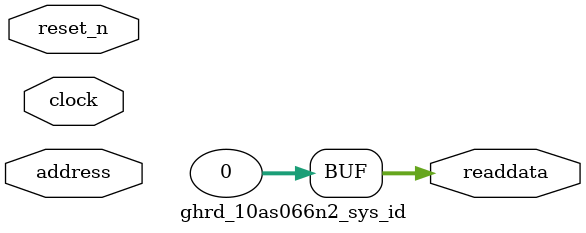
<source format=v>
module ghrd_10as066n2_sys_id(	// file.cleaned.mlir:2:3
  input         clock,	// file.cleaned.mlir:2:39
                address,	// file.cleaned.mlir:2:55
                reset_n,	// file.cleaned.mlir:2:73
  output [31:0] readdata	// file.cleaned.mlir:2:92
);

  assign readdata = 32'h0;	// file.cleaned.mlir:3:15, :4:5
endmodule


</source>
